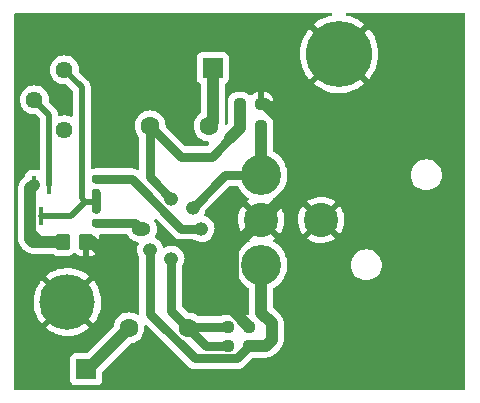
<source format=gbr>
%TF.GenerationSoftware,KiCad,Pcbnew,(6.0.4)*%
%TF.CreationDate,2022-05-05T09:19:18-04:00*%
%TF.ProjectId,preamp,70726561-6d70-42e6-9b69-6361645f7063,rev?*%
%TF.SameCoordinates,Original*%
%TF.FileFunction,Copper,L1,Top*%
%TF.FilePolarity,Positive*%
%FSLAX46Y46*%
G04 Gerber Fmt 4.6, Leading zero omitted, Abs format (unit mm)*
G04 Created by KiCad (PCBNEW (6.0.4)) date 2022-05-05 09:19:18*
%MOMM*%
%LPD*%
G01*
G04 APERTURE LIST*
G04 Aperture macros list*
%AMRoundRect*
0 Rectangle with rounded corners*
0 $1 Rounding radius*
0 $2 $3 $4 $5 $6 $7 $8 $9 X,Y pos of 4 corners*
0 Add a 4 corners polygon primitive as box body*
4,1,4,$2,$3,$4,$5,$6,$7,$8,$9,$2,$3,0*
0 Add four circle primitives for the rounded corners*
1,1,$1+$1,$2,$3*
1,1,$1+$1,$4,$5*
1,1,$1+$1,$6,$7*
1,1,$1+$1,$8,$9*
0 Add four rect primitives between the rounded corners*
20,1,$1+$1,$2,$3,$4,$5,0*
20,1,$1+$1,$4,$5,$6,$7,0*
20,1,$1+$1,$6,$7,$8,$9,0*
20,1,$1+$1,$8,$9,$2,$3,0*%
G04 Aperture macros list end*
%TA.AperFunction,ComponentPad*%
%ADD10C,1.600000*%
%TD*%
%TA.AperFunction,SMDPad,CuDef*%
%ADD11RoundRect,0.160000X-0.160000X0.197500X-0.160000X-0.197500X0.160000X-0.197500X0.160000X0.197500X0*%
%TD*%
%TA.AperFunction,ComponentPad*%
%ADD12C,5.600000*%
%TD*%
%TA.AperFunction,SMDPad,CuDef*%
%ADD13RoundRect,0.237500X-0.250000X-0.237500X0.250000X-0.237500X0.250000X0.237500X-0.250000X0.237500X0*%
%TD*%
%TA.AperFunction,ComponentPad*%
%ADD14C,3.400000*%
%TD*%
%TA.AperFunction,ComponentPad*%
%ADD15C,2.900000*%
%TD*%
%TA.AperFunction,ComponentPad*%
%ADD16R,1.700000X1.700000*%
%TD*%
%TA.AperFunction,SMDPad,CuDef*%
%ADD17RoundRect,0.160000X0.160000X-0.197500X0.160000X0.197500X-0.160000X0.197500X-0.160000X-0.197500X0*%
%TD*%
%TA.AperFunction,SMDPad,CuDef*%
%ADD18R,0.450000X1.500000*%
%TD*%
%TA.AperFunction,SMDPad,CuDef*%
%ADD19RoundRect,0.250000X-0.350000X-0.450000X0.350000X-0.450000X0.350000X0.450000X-0.350000X0.450000X0*%
%TD*%
%TA.AperFunction,ComponentPad*%
%ADD20O,1.600000X1.200000*%
%TD*%
%TA.AperFunction,ComponentPad*%
%ADD21O,1.200000X1.200000*%
%TD*%
%TA.AperFunction,SMDPad,CuDef*%
%ADD22RoundRect,0.237500X0.250000X0.237500X-0.250000X0.237500X-0.250000X-0.237500X0.250000X-0.237500X0*%
%TD*%
%TA.AperFunction,ComponentPad*%
%ADD23C,4.700000*%
%TD*%
%TA.AperFunction,ComponentPad*%
%ADD24C,1.440000*%
%TD*%
%TA.AperFunction,ViaPad*%
%ADD25C,0.800000*%
%TD*%
%TA.AperFunction,Conductor*%
%ADD26C,1.000000*%
%TD*%
%TA.AperFunction,Conductor*%
%ADD27C,0.800000*%
%TD*%
%TA.AperFunction,Conductor*%
%ADD28C,0.500000*%
%TD*%
G04 APERTURE END LIST*
D10*
%TO.P,C3,1*%
%TO.N,Net-(C3-Pad1)*%
X104000000Y-75100000D03*
%TO.P,C3,2*%
%TO.N,Net-(C3-Pad2)*%
X109000000Y-75100000D03*
%TD*%
D11*
%TO.P,R4,1*%
%TO.N,Net-(Q1-Pad4)*%
X99400000Y-79605000D03*
%TO.P,R4,2*%
%TO.N,Net-(Q2-Pad3)*%
X99400000Y-80800000D03*
%TD*%
D12*
%TO.P,H2,1,1*%
%TO.N,GND*%
X120000000Y-69000000D03*
%TD*%
D13*
%TO.P,R2,1*%
%TO.N,Net-(C1-Pad2)*%
X110587500Y-92100000D03*
%TO.P,R2,2*%
%TO.N,GND*%
X112412500Y-92100000D03*
%TD*%
D14*
%TO.P,J1,1*%
%TO.N,Net-(J1-Pad1)*%
X113410000Y-86860000D03*
%TO.P,J1,2*%
%TO.N,Net-(J1-Pad2)*%
X113410000Y-79240000D03*
D15*
%TO.P,J1,3*%
%TO.N,GND*%
X113410000Y-83050000D03*
%TO.P,J1,G*%
X118490000Y-83050000D03*
%TD*%
D16*
%TO.P,TP1,1,1*%
%TO.N,Net-(C1-Pad1)*%
X98600000Y-95700000D03*
%TD*%
%TO.P,TP2,1,1*%
%TO.N,Net-(C3-Pad2)*%
X109300000Y-70200000D03*
%TD*%
D17*
%TO.P,R3,1*%
%TO.N,Net-(Q1-Pad1)*%
X99400000Y-83297500D03*
%TO.P,R3,2*%
%TO.N,Net-(Q2-Pad3)*%
X99400000Y-82102500D03*
%TD*%
D10*
%TO.P,C1,1*%
%TO.N,Net-(C1-Pad1)*%
X102200000Y-92200000D03*
%TO.P,C1,2*%
%TO.N,Net-(C1-Pad2)*%
X107200000Y-92200000D03*
%TD*%
D18*
%TO.P,Q2,1,B*%
%TO.N,Net-(C2-Pad1)*%
X95450000Y-80070000D03*
%TO.P,Q2,2,E*%
%TO.N,Net-(Q2-Pad2)*%
X94150000Y-80070000D03*
%TO.P,Q2,3,C*%
%TO.N,Net-(Q2-Pad3)*%
X94800000Y-82730000D03*
%TD*%
D19*
%TO.P,R5,1*%
%TO.N,Net-(Q2-Pad2)*%
X96600000Y-84900000D03*
%TO.P,R5,2*%
%TO.N,GND*%
X98600000Y-84900000D03*
%TD*%
D20*
%TO.P,Q1,1,S1*%
%TO.N,Net-(Q1-Pad1)*%
X103260000Y-83800000D03*
D21*
%TO.P,Q1,2,D1*%
%TO.N,Net-(J1-Pad1)*%
X104003949Y-85596051D03*
%TO.P,Q1,3,G1*%
%TO.N,Net-(C1-Pad2)*%
X105800000Y-86340000D03*
%TO.P,Q1,4,S2*%
%TO.N,Net-(Q1-Pad4)*%
X108340000Y-83800000D03*
%TO.P,Q1,5,D2*%
%TO.N,Net-(J1-Pad2)*%
X107596051Y-82003949D03*
%TO.P,Q1,6,G2*%
%TO.N,Net-(C3-Pad1)*%
X105800000Y-81260000D03*
%TD*%
D22*
%TO.P,R1,1*%
%TO.N,Net-(J1-Pad1)*%
X112412500Y-93700000D03*
%TO.P,R1,2*%
%TO.N,Net-(C1-Pad2)*%
X110587500Y-93700000D03*
%TD*%
D13*
%TO.P,R7,1*%
%TO.N,Net-(C3-Pad1)*%
X111587500Y-73200000D03*
%TO.P,R7,2*%
%TO.N,GND*%
X113412500Y-73200000D03*
%TD*%
D22*
%TO.P,R6,1*%
%TO.N,Net-(J1-Pad2)*%
X113412500Y-75100000D03*
%TO.P,R6,2*%
%TO.N,Net-(C3-Pad1)*%
X111587500Y-75100000D03*
%TD*%
D23*
%TO.P,H1,1,1*%
%TO.N,GND*%
X97000000Y-90000000D03*
%TD*%
D24*
%TO.P,RV1,1,1*%
%TO.N,Net-(Q2-Pad3)*%
X96750000Y-70350000D03*
%TO.P,RV1,2,2*%
%TO.N,Net-(C2-Pad1)*%
X94210000Y-72890000D03*
%TO.P,RV1,3,3*%
%TO.N,GND*%
X96750000Y-75430000D03*
%TD*%
D25*
%TO.N,GND*%
X100300000Y-86100000D03*
%TD*%
D26*
%TO.N,Net-(C1-Pad1)*%
X98700000Y-95700000D02*
X102200000Y-92200000D01*
X98600000Y-95700000D02*
X98700000Y-95700000D01*
D27*
%TO.N,Net-(C1-Pad2)*%
X105800000Y-90800000D02*
X107200000Y-92200000D01*
X110587500Y-92100000D02*
X107300000Y-92100000D01*
X105800000Y-86340000D02*
X105800000Y-90800000D01*
X107300000Y-92100000D02*
X107200000Y-92200000D01*
X108700000Y-93700000D02*
X107200000Y-92200000D01*
X110587500Y-93700000D02*
X108700000Y-93700000D01*
D28*
%TO.N,Net-(C2-Pad1)*%
X95450000Y-80070000D02*
X95450000Y-74130000D01*
X95450000Y-74130000D02*
X94210000Y-72890000D01*
D26*
%TO.N,GND*%
X111010489Y-90697989D02*
X111010489Y-85449511D01*
X112412500Y-92100000D02*
X111010489Y-90697989D01*
X113700000Y-73200000D02*
X116500000Y-76000000D01*
X99000000Y-84800000D02*
X100300000Y-86100000D01*
X116500000Y-76000000D02*
X116340489Y-76159511D01*
X98912500Y-84800000D02*
X99000000Y-84800000D01*
X116340489Y-80119511D02*
X113410000Y-83050000D01*
X111010489Y-85449511D02*
X113410000Y-83050000D01*
X113412500Y-73200000D02*
X113700000Y-73200000D01*
X116340489Y-76159511D02*
X116340489Y-80119511D01*
D27*
%TO.N,Net-(C3-Pad1)*%
X104000000Y-75100000D02*
X106600000Y-77700000D01*
X104000000Y-79460000D02*
X105800000Y-81260000D01*
X104000000Y-75100000D02*
X104000000Y-79460000D01*
D26*
X111587500Y-75000000D02*
X111587500Y-75312500D01*
X111587500Y-75312500D02*
X110800000Y-76100000D01*
D27*
X110800000Y-76100000D02*
X109200000Y-77700000D01*
X106600000Y-77700000D02*
X109200000Y-77700000D01*
D26*
X111587500Y-73400000D02*
X111587500Y-75000000D01*
%TO.N,Net-(C3-Pad2)*%
X109300000Y-70200000D02*
X109300000Y-74800000D01*
X109300000Y-74800000D02*
X109000000Y-75100000D01*
%TO.N,Net-(J1-Pad1)*%
X114300000Y-93200000D02*
X113800000Y-93700000D01*
D27*
X104003949Y-85596051D02*
X104003949Y-90983158D01*
D26*
X113800000Y-93700000D02*
X112412500Y-93700000D01*
X113410000Y-86860000D02*
X113410000Y-90910000D01*
D27*
X107795311Y-94774520D02*
X111337980Y-94774520D01*
D26*
X114300000Y-91800000D02*
X114300000Y-93200000D01*
D27*
X104003949Y-90983158D02*
X107795311Y-94774520D01*
X111337980Y-94774520D02*
X112412500Y-93700000D01*
X112412500Y-93700000D02*
X112483725Y-93700000D01*
D26*
X113410000Y-90910000D02*
X114300000Y-91800000D01*
%TO.N,Net-(J1-Pad2)*%
X113412500Y-75100000D02*
X113412500Y-79237500D01*
X113412500Y-79237500D02*
X113410000Y-79240000D01*
D27*
X107596051Y-82003949D02*
X110360000Y-79240000D01*
X110360000Y-79240000D02*
X113410000Y-79240000D01*
%TO.N,Net-(Q1-Pad1)*%
X102757500Y-83297500D02*
X103260000Y-83800000D01*
X99400000Y-83297500D02*
X102757500Y-83297500D01*
%TO.N,Net-(Q1-Pad4)*%
X99400000Y-79605000D02*
X102448634Y-79605000D01*
X106643634Y-83800000D02*
X108340000Y-83800000D01*
X102448634Y-79605000D02*
X106643634Y-83800000D01*
D26*
%TO.N,Net-(Q2-Pad2)*%
X93850480Y-82249520D02*
X93850480Y-84650480D01*
X93850480Y-84650480D02*
X94100000Y-84900000D01*
X93850480Y-80369520D02*
X93850480Y-82249520D01*
X95300000Y-84900000D02*
X96600000Y-84900000D01*
X95300000Y-84900000D02*
X94595978Y-84900000D01*
X94100000Y-84900000D02*
X95300000Y-84900000D01*
X93850480Y-84154502D02*
X93850480Y-82249520D01*
X94150000Y-80070000D02*
X93850480Y-80369520D01*
X94595978Y-84900000D02*
X93850480Y-84154502D01*
D28*
%TO.N,Net-(Q2-Pad3)*%
X98500000Y-81500000D02*
X99400000Y-81500000D01*
X98200000Y-81200000D02*
X98500000Y-81500000D01*
X97270000Y-82730000D02*
X98500000Y-81500000D01*
X94800000Y-82730000D02*
X97270000Y-82730000D01*
X98200000Y-71800000D02*
X98200000Y-81200000D01*
D27*
X99400000Y-81500000D02*
X99400000Y-82102500D01*
X99400000Y-80800000D02*
X99400000Y-81500000D01*
D28*
X96750000Y-70350000D02*
X98200000Y-71800000D01*
%TD*%
%TA.AperFunction,Conductor*%
%TO.N,GND*%
G36*
X119383879Y-65528502D02*
G01*
X119430372Y-65582158D01*
X119440476Y-65652432D01*
X119410982Y-65717012D01*
X119351256Y-65755396D01*
X119342600Y-65757608D01*
X119123586Y-65805361D01*
X119117011Y-65807172D01*
X118783683Y-65918702D01*
X118777361Y-65921205D01*
X118458034Y-66068079D01*
X118451991Y-66071265D01*
X118150401Y-66251763D01*
X118144755Y-66255571D01*
X117864408Y-66467596D01*
X117859211Y-66471987D01*
X117857972Y-66473155D01*
X117849950Y-66486862D01*
X117849986Y-66487704D01*
X117855037Y-66495826D01*
X119987190Y-68627980D01*
X120001131Y-68635592D01*
X120002966Y-68635461D01*
X120009580Y-68631210D01*
X122142798Y-66497991D01*
X122150412Y-66484047D01*
X122150344Y-66483089D01*
X122145836Y-66476272D01*
X122144418Y-66475065D01*
X121864813Y-66262064D01*
X121859187Y-66258240D01*
X121558214Y-66076681D01*
X121552202Y-66073484D01*
X121233370Y-65925487D01*
X121227070Y-65922967D01*
X120894129Y-65810273D01*
X120887551Y-65808437D01*
X120657846Y-65757513D01*
X120595669Y-65723241D01*
X120561891Y-65660795D01*
X120567237Y-65590000D01*
X120610009Y-65533333D01*
X120676627Y-65508786D01*
X120685117Y-65508500D01*
X130565500Y-65508500D01*
X130633621Y-65528502D01*
X130680114Y-65582158D01*
X130691500Y-65634500D01*
X130691500Y-97365500D01*
X130671498Y-97433621D01*
X130617842Y-97480114D01*
X130565500Y-97491500D01*
X92634500Y-97491500D01*
X92566379Y-97471498D01*
X92519886Y-97417842D01*
X92508500Y-97365500D01*
X92508500Y-92195492D01*
X95170049Y-92195492D01*
X95170067Y-92195745D01*
X95175981Y-92204488D01*
X95195672Y-92222405D01*
X95201304Y-92226966D01*
X95463062Y-92415058D01*
X95469192Y-92418948D01*
X95750831Y-92575706D01*
X95757351Y-92578858D01*
X96055151Y-92702211D01*
X96062002Y-92704597D01*
X96371989Y-92792899D01*
X96379078Y-92794484D01*
X96697171Y-92846574D01*
X96704377Y-92847331D01*
X97026352Y-92862515D01*
X97033602Y-92862439D01*
X97355178Y-92840517D01*
X97362387Y-92839606D01*
X97679319Y-92780866D01*
X97686349Y-92779139D01*
X97994445Y-92684356D01*
X98001222Y-92681836D01*
X98296389Y-92552267D01*
X98302829Y-92548986D01*
X98581143Y-92386352D01*
X98587176Y-92382343D01*
X98821689Y-92206266D01*
X98830143Y-92194939D01*
X98823398Y-92182609D01*
X97012810Y-90372020D01*
X96998869Y-90364408D01*
X96997034Y-90364539D01*
X96990420Y-90368790D01*
X95177663Y-92181548D01*
X95170049Y-92195492D01*
X92508500Y-92195492D01*
X92508500Y-89913708D01*
X94138665Y-89913708D01*
X94147102Y-90235932D01*
X94147708Y-90243148D01*
X94193126Y-90562264D01*
X94194560Y-90569375D01*
X94276356Y-90881164D01*
X94278593Y-90888047D01*
X94395679Y-91188358D01*
X94398699Y-91194956D01*
X94549532Y-91479831D01*
X94553278Y-91486016D01*
X94735856Y-91751668D01*
X94740291Y-91757387D01*
X94795061Y-91820170D01*
X94808233Y-91828573D01*
X94818084Y-91822705D01*
X96627980Y-90012810D01*
X96634357Y-90001131D01*
X97364408Y-90001131D01*
X97364539Y-90002966D01*
X97368790Y-90009580D01*
X99179776Y-91820565D01*
X99193130Y-91827857D01*
X99203102Y-91820803D01*
X99296013Y-91709681D01*
X99300329Y-91703870D01*
X99477308Y-91434447D01*
X99480922Y-91428185D01*
X99625759Y-91140208D01*
X99628632Y-91133570D01*
X99739407Y-90830864D01*
X99741503Y-90823923D01*
X99816751Y-90510495D01*
X99818035Y-90503356D01*
X99856858Y-90182538D01*
X99857282Y-90176968D01*
X99862755Y-90002797D01*
X99862682Y-89997204D01*
X99844079Y-89674573D01*
X99843247Y-89667383D01*
X99787828Y-89349840D01*
X99786173Y-89342785D01*
X99694627Y-89033733D01*
X99692170Y-89026908D01*
X99565706Y-88730417D01*
X99562485Y-88723928D01*
X99402773Y-88443924D01*
X99398841Y-88437869D01*
X99208003Y-88178075D01*
X99206760Y-88176573D01*
X99194037Y-88169007D01*
X99193431Y-88169028D01*
X99184951Y-88174260D01*
X97372020Y-89987190D01*
X97364408Y-90001131D01*
X96634357Y-90001131D01*
X96635592Y-89998869D01*
X96635461Y-89997034D01*
X96631210Y-89990420D01*
X94819218Y-88178429D01*
X94806425Y-88171443D01*
X94795671Y-88179308D01*
X94651419Y-88363280D01*
X94647284Y-88369229D01*
X94478856Y-88644078D01*
X94475445Y-88650439D01*
X94339724Y-88942826D01*
X94337056Y-88949564D01*
X94235845Y-89255596D01*
X94233969Y-89262600D01*
X94168604Y-89578237D01*
X94167547Y-89585398D01*
X94138893Y-89906455D01*
X94138665Y-89913708D01*
X92508500Y-89913708D01*
X92508500Y-87807762D01*
X95171846Y-87807762D01*
X95178241Y-87819030D01*
X96987190Y-89627980D01*
X97001131Y-89635592D01*
X97002966Y-89635461D01*
X97009580Y-89631210D01*
X98820675Y-87820114D01*
X98828067Y-87806577D01*
X98821279Y-87796875D01*
X98733637Y-87722022D01*
X98727849Y-87717629D01*
X98460314Y-87537852D01*
X98454091Y-87534172D01*
X98167643Y-87386325D01*
X98161032Y-87383382D01*
X97859507Y-87269445D01*
X97852581Y-87267274D01*
X97539957Y-87188749D01*
X97532850Y-87187393D01*
X97213273Y-87145319D01*
X97206031Y-87144788D01*
X96883759Y-87139725D01*
X96876497Y-87140029D01*
X96555761Y-87172043D01*
X96548613Y-87173175D01*
X96233670Y-87241844D01*
X96226692Y-87243792D01*
X95921727Y-87348205D01*
X95915033Y-87350937D01*
X95624090Y-87489710D01*
X95617735Y-87493204D01*
X95344694Y-87664482D01*
X95338766Y-87668694D01*
X95180316Y-87795636D01*
X95171846Y-87807762D01*
X92508500Y-87807762D01*
X92508500Y-80365982D01*
X92837106Y-80365982D01*
X92837899Y-80374366D01*
X92841421Y-80411629D01*
X92841980Y-80423487D01*
X92841980Y-84092659D01*
X92841243Y-84106266D01*
X92838445Y-84132027D01*
X92837156Y-84143890D01*
X92837693Y-84150025D01*
X92841501Y-84193555D01*
X92841980Y-84204536D01*
X92841980Y-84588637D01*
X92841243Y-84602244D01*
X92837962Y-84632452D01*
X92837156Y-84639868D01*
X92838689Y-84657386D01*
X92841530Y-84689868D01*
X92841859Y-84694694D01*
X92841980Y-84697166D01*
X92841980Y-84700249D01*
X92842941Y-84710051D01*
X92846170Y-84742986D01*
X92846292Y-84744299D01*
X92847408Y-84757055D01*
X92854393Y-84836893D01*
X92855880Y-84842012D01*
X92856400Y-84847313D01*
X92883271Y-84936314D01*
X92883606Y-84937447D01*
X92905958Y-85014380D01*
X92909571Y-85026816D01*
X92912024Y-85031548D01*
X92913564Y-85036649D01*
X92916458Y-85042092D01*
X92957211Y-85118740D01*
X92957823Y-85119906D01*
X92981153Y-85164913D01*
X93000588Y-85202406D01*
X93003911Y-85206569D01*
X93006414Y-85211276D01*
X93065235Y-85283398D01*
X93065926Y-85284254D01*
X93097218Y-85323453D01*
X93099722Y-85325957D01*
X93100364Y-85326675D01*
X93104065Y-85331008D01*
X93131415Y-85364542D01*
X93136163Y-85368470D01*
X93136164Y-85368471D01*
X93166738Y-85393764D01*
X93175517Y-85401752D01*
X93343150Y-85569384D01*
X93352252Y-85579527D01*
X93375968Y-85609025D01*
X93398628Y-85628039D01*
X93414421Y-85641291D01*
X93418070Y-85644473D01*
X93419883Y-85646117D01*
X93422075Y-85648309D01*
X93455276Y-85675580D01*
X93456164Y-85676318D01*
X93459072Y-85678757D01*
X93522753Y-85732193D01*
X93522756Y-85732195D01*
X93527474Y-85736154D01*
X93532147Y-85738723D01*
X93536262Y-85742103D01*
X93541691Y-85745014D01*
X93541694Y-85745016D01*
X93618180Y-85786028D01*
X93619338Y-85786657D01*
X93685998Y-85823303D01*
X93700787Y-85831433D01*
X93705865Y-85833044D01*
X93710563Y-85835563D01*
X93799498Y-85862753D01*
X93800702Y-85863128D01*
X93889306Y-85891235D01*
X93894597Y-85891828D01*
X93899698Y-85893388D01*
X93992311Y-85902795D01*
X93993431Y-85902915D01*
X94043227Y-85908500D01*
X94046756Y-85908500D01*
X94047739Y-85908555D01*
X94053426Y-85909003D01*
X94073683Y-85911060D01*
X94090336Y-85912752D01*
X94090339Y-85912752D01*
X94096463Y-85913374D01*
X94142112Y-85909059D01*
X94153969Y-85908500D01*
X94538074Y-85908500D01*
X94550807Y-85909145D01*
X94586312Y-85912752D01*
X94586317Y-85912752D01*
X94592440Y-85913374D01*
X94638086Y-85909059D01*
X94649945Y-85908500D01*
X95683694Y-85908500D01*
X95751815Y-85928502D01*
X95765702Y-85939683D01*
X95765771Y-85939596D01*
X95771517Y-85944134D01*
X95776697Y-85949305D01*
X95782927Y-85953145D01*
X95782928Y-85953146D01*
X95920288Y-86037816D01*
X95927262Y-86042115D01*
X96007005Y-86068564D01*
X96088611Y-86095632D01*
X96088613Y-86095632D01*
X96095139Y-86097797D01*
X96101975Y-86098497D01*
X96101978Y-86098498D01*
X96145031Y-86102909D01*
X96199600Y-86108500D01*
X97000400Y-86108500D01*
X97003646Y-86108163D01*
X97003650Y-86108163D01*
X97099308Y-86098238D01*
X97099312Y-86098237D01*
X97106166Y-86097526D01*
X97112702Y-86095345D01*
X97112704Y-86095345D01*
X97244806Y-86051272D01*
X97273946Y-86041550D01*
X97424348Y-85948478D01*
X97460012Y-85912752D01*
X97511138Y-85861537D01*
X97573421Y-85827458D01*
X97644241Y-85832461D01*
X97689329Y-85861382D01*
X97771829Y-85943739D01*
X97783240Y-85952751D01*
X97921243Y-86037816D01*
X97934424Y-86043963D01*
X98088710Y-86095138D01*
X98102086Y-86098005D01*
X98196438Y-86107672D01*
X98202854Y-86108000D01*
X98327885Y-86108000D01*
X98343124Y-86103525D01*
X98344329Y-86102135D01*
X98346000Y-86094452D01*
X98346000Y-86089884D01*
X98854000Y-86089884D01*
X98858475Y-86105123D01*
X98859865Y-86106328D01*
X98867548Y-86107999D01*
X98997095Y-86107999D01*
X99003614Y-86107662D01*
X99099206Y-86097743D01*
X99112600Y-86094851D01*
X99266784Y-86043412D01*
X99279962Y-86037239D01*
X99417807Y-85951937D01*
X99429208Y-85942901D01*
X99543739Y-85828171D01*
X99552751Y-85816760D01*
X99637816Y-85678757D01*
X99643963Y-85665576D01*
X99695138Y-85511290D01*
X99698005Y-85497914D01*
X99707672Y-85403562D01*
X99708000Y-85397146D01*
X99708000Y-85172115D01*
X99703525Y-85156876D01*
X99702135Y-85155671D01*
X99694452Y-85154000D01*
X98872115Y-85154000D01*
X98856876Y-85158475D01*
X98855671Y-85159865D01*
X98854000Y-85167548D01*
X98854000Y-86089884D01*
X98346000Y-86089884D01*
X98346000Y-84772000D01*
X98366002Y-84703879D01*
X98419658Y-84657386D01*
X98472000Y-84646000D01*
X99689884Y-84646000D01*
X99705123Y-84641525D01*
X99706328Y-84640135D01*
X99707999Y-84632452D01*
X99707999Y-84402905D01*
X99707662Y-84396388D01*
X99702330Y-84345004D01*
X99715195Y-84275183D01*
X99763765Y-84223401D01*
X99827657Y-84206000D01*
X101945764Y-84206000D01*
X102013885Y-84226002D01*
X102060464Y-84279848D01*
X102092191Y-84349627D01*
X102094674Y-84355087D01*
X102217054Y-84527611D01*
X102369850Y-84673881D01*
X102547548Y-84788620D01*
X102607646Y-84812840D01*
X102738168Y-84865442D01*
X102738171Y-84865443D01*
X102743737Y-84867686D01*
X102775091Y-84873809D01*
X102931892Y-84904431D01*
X102994916Y-84937119D01*
X103030263Y-84998691D01*
X103026710Y-85069599D01*
X103019253Y-85086757D01*
X102975441Y-85170029D01*
X102915027Y-85364594D01*
X102891081Y-85566910D01*
X102904406Y-85770202D01*
X102954554Y-85967661D01*
X103039847Y-86152675D01*
X103043180Y-86157391D01*
X103072346Y-86198660D01*
X103095449Y-86271380D01*
X103095449Y-90901741D01*
X103093898Y-90921450D01*
X103091697Y-90935348D01*
X103092042Y-90941935D01*
X103092042Y-90941940D01*
X103094043Y-90980116D01*
X103077634Y-91049190D01*
X103026484Y-91098427D01*
X102956836Y-91112195D01*
X102895944Y-91089922D01*
X102890255Y-91085938D01*
X102856749Y-91062477D01*
X102851767Y-91060154D01*
X102851762Y-91060151D01*
X102654225Y-90968039D01*
X102654224Y-90968039D01*
X102649243Y-90965716D01*
X102643935Y-90964294D01*
X102643933Y-90964293D01*
X102433402Y-90907881D01*
X102433400Y-90907881D01*
X102428087Y-90906457D01*
X102200000Y-90886502D01*
X101971913Y-90906457D01*
X101966600Y-90907881D01*
X101966598Y-90907881D01*
X101756067Y-90964293D01*
X101756065Y-90964294D01*
X101750757Y-90965716D01*
X101745776Y-90968039D01*
X101745775Y-90968039D01*
X101548238Y-91060151D01*
X101548233Y-91060154D01*
X101543251Y-91062477D01*
X101447974Y-91129191D01*
X101360211Y-91190643D01*
X101360208Y-91190645D01*
X101355700Y-91193802D01*
X101193802Y-91355700D01*
X101190645Y-91360208D01*
X101190643Y-91360211D01*
X101175880Y-91381295D01*
X101062477Y-91543251D01*
X101060154Y-91548233D01*
X101060151Y-91548238D01*
X100986502Y-91706181D01*
X100965716Y-91750757D01*
X100906457Y-91971913D01*
X100905978Y-91977392D01*
X100901308Y-92030770D01*
X100875445Y-92096888D01*
X100864882Y-92108884D01*
X98669171Y-94304595D01*
X98606859Y-94338621D01*
X98580076Y-94341500D01*
X97701866Y-94341500D01*
X97639684Y-94348255D01*
X97503295Y-94399385D01*
X97386739Y-94486739D01*
X97299385Y-94603295D01*
X97248255Y-94739684D01*
X97241500Y-94801866D01*
X97241500Y-96598134D01*
X97248255Y-96660316D01*
X97299385Y-96796705D01*
X97386739Y-96913261D01*
X97503295Y-97000615D01*
X97639684Y-97051745D01*
X97701866Y-97058500D01*
X99498134Y-97058500D01*
X99560316Y-97051745D01*
X99696705Y-97000615D01*
X99813261Y-96913261D01*
X99900615Y-96796705D01*
X99951745Y-96660316D01*
X99958500Y-96598134D01*
X99958500Y-95919925D01*
X99978502Y-95851804D01*
X99995405Y-95830830D01*
X102291117Y-93535118D01*
X102353429Y-93501092D01*
X102369229Y-93498692D01*
X102428087Y-93493543D01*
X102575859Y-93453947D01*
X102643933Y-93435707D01*
X102643935Y-93435706D01*
X102649243Y-93434284D01*
X102687231Y-93416570D01*
X102851762Y-93339849D01*
X102851767Y-93339846D01*
X102856749Y-93337523D01*
X102986659Y-93246559D01*
X103039789Y-93209357D01*
X103039792Y-93209355D01*
X103044300Y-93206198D01*
X103206198Y-93044300D01*
X103337523Y-92856749D01*
X103339846Y-92851767D01*
X103339849Y-92851762D01*
X103431961Y-92654225D01*
X103431961Y-92654224D01*
X103434284Y-92649243D01*
X103493543Y-92428087D01*
X103513498Y-92200000D01*
X103513019Y-92194524D01*
X103503164Y-92081878D01*
X103517153Y-92012274D01*
X103566553Y-91961281D01*
X103635679Y-91945091D01*
X103702584Y-91968844D01*
X103717780Y-91981802D01*
X107095330Y-95359352D01*
X107108171Y-95374385D01*
X107116445Y-95385773D01*
X107121354Y-95390193D01*
X107167270Y-95431536D01*
X107172055Y-95436077D01*
X107186570Y-95450592D01*
X107189134Y-95452668D01*
X107202527Y-95463514D01*
X107207542Y-95467798D01*
X107253456Y-95509139D01*
X107253461Y-95509143D01*
X107258367Y-95513560D01*
X107264083Y-95516860D01*
X107264087Y-95516863D01*
X107270548Y-95520593D01*
X107286844Y-95531793D01*
X107297781Y-95540649D01*
X107303659Y-95543644D01*
X107303662Y-95543646D01*
X107358737Y-95571708D01*
X107364534Y-95574856D01*
X107418032Y-95605743D01*
X107423755Y-95609047D01*
X107437137Y-95613395D01*
X107455396Y-95620958D01*
X107467941Y-95627350D01*
X107474311Y-95629057D01*
X107474314Y-95629058D01*
X107513385Y-95639527D01*
X107534023Y-95645057D01*
X107540336Y-95646927D01*
X107605383Y-95668062D01*
X107619386Y-95669534D01*
X107638815Y-95673135D01*
X107652408Y-95676777D01*
X107659005Y-95677123D01*
X107659007Y-95677123D01*
X107720695Y-95680356D01*
X107727269Y-95680873D01*
X107744427Y-95682676D01*
X107744429Y-95682676D01*
X107747701Y-95683020D01*
X107768237Y-95683020D01*
X107774831Y-95683193D01*
X107836529Y-95686427D01*
X107836534Y-95686427D01*
X107843121Y-95686772D01*
X107849637Y-95685740D01*
X107849638Y-95685740D01*
X107857018Y-95684571D01*
X107876728Y-95683020D01*
X111256563Y-95683020D01*
X111276272Y-95684571D01*
X111290170Y-95686772D01*
X111296757Y-95686427D01*
X111296762Y-95686427D01*
X111358460Y-95683193D01*
X111365054Y-95683020D01*
X111385590Y-95683020D01*
X111388862Y-95682676D01*
X111388864Y-95682676D01*
X111406022Y-95680873D01*
X111412596Y-95680356D01*
X111474288Y-95677123D01*
X111474292Y-95677122D01*
X111480883Y-95676777D01*
X111487264Y-95675067D01*
X111487266Y-95675067D01*
X111494471Y-95673137D01*
X111513905Y-95669535D01*
X111521334Y-95668754D01*
X111521343Y-95668752D01*
X111527908Y-95668062D01*
X111592977Y-95646920D01*
X111599279Y-95645053D01*
X111665350Y-95627349D01*
X111677888Y-95620960D01*
X111696154Y-95613395D01*
X111703252Y-95611089D01*
X111703254Y-95611088D01*
X111709536Y-95609047D01*
X111768765Y-95574851D01*
X111774559Y-95571705D01*
X111835510Y-95540649D01*
X111846447Y-95531793D01*
X111862743Y-95520593D01*
X111869204Y-95516863D01*
X111869208Y-95516860D01*
X111874924Y-95513560D01*
X111879830Y-95509143D01*
X111879835Y-95509139D01*
X111925749Y-95467798D01*
X111930764Y-95463514D01*
X111944157Y-95452668D01*
X111946721Y-95450592D01*
X111961236Y-95436077D01*
X111966021Y-95431536D01*
X112011937Y-95390193D01*
X112016846Y-95385773D01*
X112025120Y-95374385D01*
X112037961Y-95359352D01*
X112651908Y-94745405D01*
X112714220Y-94711379D01*
X112741003Y-94708500D01*
X113738157Y-94708500D01*
X113751764Y-94709237D01*
X113783262Y-94712659D01*
X113783267Y-94712659D01*
X113789388Y-94713324D01*
X113815638Y-94711027D01*
X113839388Y-94708950D01*
X113844214Y-94708621D01*
X113846686Y-94708500D01*
X113849769Y-94708500D01*
X113861738Y-94707326D01*
X113892506Y-94704310D01*
X113893819Y-94704188D01*
X113938084Y-94700315D01*
X113986413Y-94696087D01*
X113991532Y-94694600D01*
X113996833Y-94694080D01*
X114085834Y-94667209D01*
X114086967Y-94666874D01*
X114170414Y-94642630D01*
X114170418Y-94642628D01*
X114176336Y-94640909D01*
X114181068Y-94638456D01*
X114186169Y-94636916D01*
X114233589Y-94611703D01*
X114268260Y-94593269D01*
X114269426Y-94592657D01*
X114346453Y-94552729D01*
X114351926Y-94549892D01*
X114356089Y-94546569D01*
X114360796Y-94544066D01*
X114432918Y-94485245D01*
X114433774Y-94484554D01*
X114472973Y-94453262D01*
X114475477Y-94450758D01*
X114476195Y-94450116D01*
X114480528Y-94446415D01*
X114514062Y-94419065D01*
X114543294Y-94383730D01*
X114551271Y-94374964D01*
X114969383Y-93956851D01*
X114979527Y-93947749D01*
X115004218Y-93927897D01*
X115009025Y-93924032D01*
X115041292Y-93885578D01*
X115044472Y-93881931D01*
X115046115Y-93880119D01*
X115048309Y-93877925D01*
X115075642Y-93844651D01*
X115076348Y-93843800D01*
X115132195Y-93777244D01*
X115136154Y-93772526D01*
X115138722Y-93767856D01*
X115142103Y-93763739D01*
X115186015Y-93681842D01*
X115186624Y-93680720D01*
X115228466Y-93604611D01*
X115228468Y-93604606D01*
X115231433Y-93599213D01*
X115233044Y-93594135D01*
X115235563Y-93589437D01*
X115262753Y-93500502D01*
X115263136Y-93499272D01*
X115264802Y-93494022D01*
X115291235Y-93410694D01*
X115291828Y-93405403D01*
X115293388Y-93400302D01*
X115294011Y-93394170D01*
X115294012Y-93394164D01*
X115302785Y-93307784D01*
X115302925Y-93306470D01*
X115308108Y-93260270D01*
X115308108Y-93260265D01*
X115308500Y-93256773D01*
X115308500Y-93253248D01*
X115308555Y-93252263D01*
X115309004Y-93246559D01*
X115312752Y-93209666D01*
X115312752Y-93209661D01*
X115313374Y-93203538D01*
X115309059Y-93157889D01*
X115308500Y-93146032D01*
X115308500Y-91861843D01*
X115309237Y-91848236D01*
X115312659Y-91816738D01*
X115312659Y-91816733D01*
X115313324Y-91810612D01*
X115308950Y-91760612D01*
X115308621Y-91755786D01*
X115308500Y-91753314D01*
X115308500Y-91750231D01*
X115304524Y-91709681D01*
X115304310Y-91707494D01*
X115304188Y-91706181D01*
X115296623Y-91619718D01*
X115296087Y-91613587D01*
X115294600Y-91608468D01*
X115294080Y-91603167D01*
X115267209Y-91514166D01*
X115266874Y-91513033D01*
X115242630Y-91429586D01*
X115242628Y-91429582D01*
X115240909Y-91423664D01*
X115238456Y-91418932D01*
X115236916Y-91413831D01*
X115219617Y-91381295D01*
X115193269Y-91331740D01*
X115192657Y-91330574D01*
X115152729Y-91253547D01*
X115149892Y-91248074D01*
X115146569Y-91243911D01*
X115144066Y-91239204D01*
X115085245Y-91167082D01*
X115084554Y-91166226D01*
X115053262Y-91127027D01*
X115050758Y-91124523D01*
X115050116Y-91123805D01*
X115046415Y-91119472D01*
X115019065Y-91085938D01*
X114983733Y-91056709D01*
X114974963Y-91048728D01*
X114455405Y-90529171D01*
X114421380Y-90466858D01*
X114418500Y-90440075D01*
X114418500Y-88903460D01*
X114438502Y-88835339D01*
X114488772Y-88790454D01*
X114489092Y-88790296D01*
X114516620Y-88776721D01*
X114757335Y-88615881D01*
X114760429Y-88613168D01*
X114760435Y-88613163D01*
X114971907Y-88427705D01*
X114974996Y-88424996D01*
X115029120Y-88363280D01*
X115163164Y-88210434D01*
X115163169Y-88210427D01*
X115165881Y-88207335D01*
X115326721Y-87966619D01*
X115454766Y-87706970D01*
X115513423Y-87534172D01*
X115546498Y-87436738D01*
X115546499Y-87436734D01*
X115547825Y-87432828D01*
X115557661Y-87383382D01*
X115603500Y-87152929D01*
X115603500Y-87152926D01*
X115604304Y-87148886D01*
X115604905Y-87139725D01*
X115622969Y-86864119D01*
X115623239Y-86860000D01*
X120986502Y-86860000D01*
X121006457Y-87088087D01*
X121007881Y-87093400D01*
X121007881Y-87093402D01*
X121021646Y-87144771D01*
X121065716Y-87309243D01*
X121068039Y-87314224D01*
X121068039Y-87314225D01*
X121160151Y-87511762D01*
X121160154Y-87511767D01*
X121162477Y-87516749D01*
X121293802Y-87704300D01*
X121455700Y-87866198D01*
X121460208Y-87869355D01*
X121460211Y-87869357D01*
X121538389Y-87924098D01*
X121643251Y-87997523D01*
X121648233Y-87999846D01*
X121648238Y-87999849D01*
X121845775Y-88091961D01*
X121850757Y-88094284D01*
X121856065Y-88095706D01*
X121856067Y-88095707D01*
X122066598Y-88152119D01*
X122066600Y-88152119D01*
X122071913Y-88153543D01*
X122171480Y-88162254D01*
X122240149Y-88168262D01*
X122240156Y-88168262D01*
X122242873Y-88168500D01*
X122357127Y-88168500D01*
X122359844Y-88168262D01*
X122359851Y-88168262D01*
X122428520Y-88162254D01*
X122528087Y-88153543D01*
X122533400Y-88152119D01*
X122533402Y-88152119D01*
X122743933Y-88095707D01*
X122743935Y-88095706D01*
X122749243Y-88094284D01*
X122754225Y-88091961D01*
X122951762Y-87999849D01*
X122951767Y-87999846D01*
X122956749Y-87997523D01*
X123061611Y-87924098D01*
X123139789Y-87869357D01*
X123139792Y-87869355D01*
X123144300Y-87866198D01*
X123306198Y-87704300D01*
X123437523Y-87516749D01*
X123439846Y-87511767D01*
X123439849Y-87511762D01*
X123531961Y-87314225D01*
X123531961Y-87314224D01*
X123534284Y-87309243D01*
X123578355Y-87144771D01*
X123592119Y-87093402D01*
X123592119Y-87093400D01*
X123593543Y-87088087D01*
X123613498Y-86860000D01*
X123593543Y-86631913D01*
X123584961Y-86599883D01*
X123535707Y-86416067D01*
X123535706Y-86416065D01*
X123534284Y-86410757D01*
X123499567Y-86336305D01*
X123439849Y-86208238D01*
X123439846Y-86208233D01*
X123437523Y-86203251D01*
X123358142Y-86089884D01*
X123309357Y-86020211D01*
X123309355Y-86020208D01*
X123306198Y-86015700D01*
X123144300Y-85853802D01*
X123139792Y-85850645D01*
X123139789Y-85850643D01*
X123047509Y-85786028D01*
X122956749Y-85722477D01*
X122951767Y-85720154D01*
X122951762Y-85720151D01*
X122754225Y-85628039D01*
X122754224Y-85628039D01*
X122749243Y-85625716D01*
X122743935Y-85624294D01*
X122743933Y-85624293D01*
X122533402Y-85567881D01*
X122533400Y-85567881D01*
X122528087Y-85566457D01*
X122428520Y-85557746D01*
X122359851Y-85551738D01*
X122359844Y-85551738D01*
X122357127Y-85551500D01*
X122242873Y-85551500D01*
X122240156Y-85551738D01*
X122240149Y-85551738D01*
X122171480Y-85557746D01*
X122071913Y-85566457D01*
X122066600Y-85567881D01*
X122066598Y-85567881D01*
X121856067Y-85624293D01*
X121856065Y-85624294D01*
X121850757Y-85625716D01*
X121845776Y-85628039D01*
X121845775Y-85628039D01*
X121648238Y-85720151D01*
X121648233Y-85720154D01*
X121643251Y-85722477D01*
X121552491Y-85786028D01*
X121460211Y-85850643D01*
X121460208Y-85850645D01*
X121455700Y-85853802D01*
X121293802Y-86015700D01*
X121290645Y-86020208D01*
X121290643Y-86020211D01*
X121241858Y-86089884D01*
X121162477Y-86203251D01*
X121160154Y-86208233D01*
X121160151Y-86208238D01*
X121100433Y-86336305D01*
X121065716Y-86410757D01*
X121064294Y-86416065D01*
X121064293Y-86416067D01*
X121015039Y-86599883D01*
X121006457Y-86631913D01*
X120986502Y-86860000D01*
X115623239Y-86860000D01*
X115604304Y-86571114D01*
X115573464Y-86416067D01*
X115548631Y-86291222D01*
X115548629Y-86291216D01*
X115547825Y-86287172D01*
X115542465Y-86271380D01*
X115456090Y-86016930D01*
X115456089Y-86016928D01*
X115454766Y-86013030D01*
X115434980Y-85972907D01*
X115328550Y-85757090D01*
X115326721Y-85753381D01*
X115165881Y-85512665D01*
X115163169Y-85509573D01*
X115163164Y-85509566D01*
X114977705Y-85298093D01*
X114974996Y-85295004D01*
X114971733Y-85292142D01*
X114760435Y-85106837D01*
X114760429Y-85106832D01*
X114757335Y-85104119D01*
X114516620Y-84943279D01*
X114512922Y-84941455D01*
X114512911Y-84941449D01*
X114473219Y-84921876D01*
X114420969Y-84873809D01*
X114403002Y-84805123D01*
X114425021Y-84737627D01*
X114458944Y-84704105D01*
X114591318Y-84615656D01*
X114599606Y-84605738D01*
X114598383Y-84603348D01*
X117301819Y-84603348D01*
X117309209Y-84613650D01*
X117357808Y-84653217D01*
X117365084Y-84658330D01*
X117594999Y-84796750D01*
X117602913Y-84800783D01*
X117850048Y-84905431D01*
X117858453Y-84908308D01*
X118117873Y-84977093D01*
X118126585Y-84978755D01*
X118393114Y-85010300D01*
X118401979Y-85010718D01*
X118670278Y-85004395D01*
X118679133Y-85003558D01*
X118943864Y-84959495D01*
X118952498Y-84957422D01*
X119208383Y-84876496D01*
X119216644Y-84873225D01*
X119458567Y-84757055D01*
X119466292Y-84752649D01*
X119671318Y-84615656D01*
X119679606Y-84605738D01*
X119672350Y-84591560D01*
X118502812Y-83422022D01*
X118488868Y-83414408D01*
X118487035Y-83414539D01*
X118480420Y-83418790D01*
X117308985Y-84590225D01*
X117301819Y-84603348D01*
X114598383Y-84603348D01*
X114592350Y-84591560D01*
X113422812Y-83422022D01*
X113408868Y-83414408D01*
X113407035Y-83414539D01*
X113400420Y-83418790D01*
X112228985Y-84590225D01*
X112221819Y-84603348D01*
X112229209Y-84613650D01*
X112277808Y-84653217D01*
X112285084Y-84658330D01*
X112355927Y-84700981D01*
X112403971Y-84753253D01*
X112416127Y-84823201D01*
X112388537Y-84888617D01*
X112346665Y-84921933D01*
X112303381Y-84943279D01*
X112062665Y-85104119D01*
X112059573Y-85106831D01*
X112059566Y-85106836D01*
X111848239Y-85292167D01*
X111845004Y-85295004D01*
X111842295Y-85298093D01*
X111656836Y-85509566D01*
X111656831Y-85509573D01*
X111654119Y-85512665D01*
X111493279Y-85753381D01*
X111491450Y-85757090D01*
X111385021Y-85972907D01*
X111365234Y-86013030D01*
X111363911Y-86016928D01*
X111363910Y-86016930D01*
X111277536Y-86271380D01*
X111272175Y-86287172D01*
X111271371Y-86291216D01*
X111271369Y-86291222D01*
X111246536Y-86416067D01*
X111215696Y-86571114D01*
X111196761Y-86860000D01*
X111197031Y-86864119D01*
X111215096Y-87139725D01*
X111215696Y-87148886D01*
X111216500Y-87152926D01*
X111216500Y-87152929D01*
X111262340Y-87383382D01*
X111272175Y-87432828D01*
X111273501Y-87436734D01*
X111273502Y-87436738D01*
X111306577Y-87534172D01*
X111365234Y-87706970D01*
X111493279Y-87966619D01*
X111654119Y-88207335D01*
X111656831Y-88210427D01*
X111656836Y-88210434D01*
X111790880Y-88363280D01*
X111845004Y-88424996D01*
X111848093Y-88427705D01*
X112059565Y-88613163D01*
X112059571Y-88613168D01*
X112062665Y-88615881D01*
X112303380Y-88776721D01*
X112330908Y-88790296D01*
X112331228Y-88790454D01*
X112383477Y-88838522D01*
X112401500Y-88903460D01*
X112401500Y-90848157D01*
X112400763Y-90861764D01*
X112398024Y-90886981D01*
X112396676Y-90899388D01*
X112397419Y-90907881D01*
X112401050Y-90949388D01*
X112401379Y-90954214D01*
X112401500Y-90956690D01*
X112401500Y-90959769D01*
X112401800Y-90962827D01*
X112401801Y-90962850D01*
X112403356Y-90978702D01*
X112390099Y-91048450D01*
X112341237Y-91099958D01*
X112277958Y-91117000D01*
X112116234Y-91117000D01*
X112109718Y-91117337D01*
X112015868Y-91127075D01*
X112002472Y-91129968D01*
X111851047Y-91180488D01*
X111837885Y-91186653D01*
X111702508Y-91270426D01*
X111691110Y-91279460D01*
X111589607Y-91381140D01*
X111527324Y-91415219D01*
X111456504Y-91410216D01*
X111411416Y-91381295D01*
X111385777Y-91355700D01*
X111303003Y-91273071D01*
X111296772Y-91269230D01*
X111161150Y-91185631D01*
X111161148Y-91185630D01*
X111154920Y-91181791D01*
X110989809Y-91127026D01*
X110982973Y-91126326D01*
X110982970Y-91126325D01*
X110931474Y-91121049D01*
X110887072Y-91116500D01*
X110287928Y-91116500D01*
X110284682Y-91116837D01*
X110284678Y-91116837D01*
X110190765Y-91126581D01*
X110190761Y-91126582D01*
X110183907Y-91127293D01*
X110177371Y-91129474D01*
X110177369Y-91129474D01*
X110018893Y-91182346D01*
X110018584Y-91181419D01*
X109973300Y-91191500D01*
X108080740Y-91191500D01*
X108008469Y-91168713D01*
X107958280Y-91133570D01*
X107856749Y-91062477D01*
X107851767Y-91060154D01*
X107851762Y-91060151D01*
X107654225Y-90968039D01*
X107654224Y-90968039D01*
X107649243Y-90965716D01*
X107643935Y-90964294D01*
X107643933Y-90964293D01*
X107433402Y-90907881D01*
X107433400Y-90907881D01*
X107428087Y-90906457D01*
X107422611Y-90905978D01*
X107422606Y-90905977D01*
X107277267Y-90893262D01*
X107214249Y-90887749D01*
X107148131Y-90861886D01*
X107136136Y-90851323D01*
X106745405Y-90460592D01*
X106711379Y-90398280D01*
X106708500Y-90371497D01*
X106708500Y-87019425D01*
X106724564Y-86957862D01*
X106817004Y-86792799D01*
X106818860Y-86787332D01*
X106818862Y-86787327D01*
X106880634Y-86605352D01*
X106880635Y-86605347D01*
X106882490Y-86599883D01*
X106911723Y-86398263D01*
X106913249Y-86340000D01*
X106894608Y-86137126D01*
X106893040Y-86131566D01*
X106840875Y-85946606D01*
X106840874Y-85946604D01*
X106839307Y-85941047D01*
X106825661Y-85913374D01*
X106751756Y-85763510D01*
X106749201Y-85758329D01*
X106737085Y-85742103D01*
X106630758Y-85599715D01*
X106630758Y-85599714D01*
X106627305Y-85595091D01*
X106477703Y-85456800D01*
X106431675Y-85427759D01*
X106310288Y-85351169D01*
X106310283Y-85351167D01*
X106305404Y-85348088D01*
X106116180Y-85272595D01*
X105916366Y-85232849D01*
X105910592Y-85232773D01*
X105910588Y-85232773D01*
X105807452Y-85231424D01*
X105712655Y-85230183D01*
X105706958Y-85231162D01*
X105706957Y-85231162D01*
X105517567Y-85263705D01*
X105511870Y-85264684D01*
X105320734Y-85335198D01*
X105257596Y-85372761D01*
X105188827Y-85390401D01*
X105121437Y-85368061D01*
X105076823Y-85312833D01*
X105071905Y-85298678D01*
X105044824Y-85202657D01*
X105044823Y-85202655D01*
X105043256Y-85197098D01*
X105032629Y-85175547D01*
X104955705Y-85019561D01*
X104953150Y-85014380D01*
X104941435Y-84998691D01*
X104834707Y-84855766D01*
X104834707Y-84855765D01*
X104831254Y-84851142D01*
X104714252Y-84742986D01*
X104685892Y-84716770D01*
X104685889Y-84716768D01*
X104681652Y-84712851D01*
X104613319Y-84669736D01*
X104514237Y-84607220D01*
X104514232Y-84607218D01*
X104509353Y-84604139D01*
X104454641Y-84582311D01*
X104398781Y-84538490D01*
X104375481Y-84471426D01*
X104392266Y-84402188D01*
X104472473Y-84263546D01*
X104541861Y-84063729D01*
X104543430Y-84052910D01*
X104571352Y-83860336D01*
X104571352Y-83860333D01*
X104572213Y-83854396D01*
X104562433Y-83643101D01*
X104526306Y-83493197D01*
X104514281Y-83443299D01*
X104514280Y-83443297D01*
X104512875Y-83437466D01*
X104504384Y-83418790D01*
X104432622Y-83260960D01*
X104425326Y-83244913D01*
X104365415Y-83160454D01*
X104342317Y-83093320D01*
X104359181Y-83024355D01*
X104410653Y-82975456D01*
X104480391Y-82962147D01*
X104546254Y-82988654D01*
X104557280Y-82998459D01*
X105943653Y-84384832D01*
X105956494Y-84399865D01*
X105964768Y-84411253D01*
X105969677Y-84415673D01*
X106015593Y-84457016D01*
X106020378Y-84461557D01*
X106034893Y-84476072D01*
X106037457Y-84478148D01*
X106050850Y-84488994D01*
X106055865Y-84493278D01*
X106101779Y-84534619D01*
X106101784Y-84534623D01*
X106106690Y-84539040D01*
X106112406Y-84542340D01*
X106112410Y-84542343D01*
X106118871Y-84546073D01*
X106135167Y-84557273D01*
X106146104Y-84566129D01*
X106151982Y-84569124D01*
X106151985Y-84569126D01*
X106207060Y-84597188D01*
X106212857Y-84600336D01*
X106266357Y-84631224D01*
X106272078Y-84634527D01*
X106285460Y-84638875D01*
X106303719Y-84646438D01*
X106316264Y-84652830D01*
X106322634Y-84654537D01*
X106322637Y-84654538D01*
X106361708Y-84665007D01*
X106382346Y-84670537D01*
X106388659Y-84672407D01*
X106453706Y-84693542D01*
X106467652Y-84695008D01*
X106467709Y-84695014D01*
X106487138Y-84698615D01*
X106500731Y-84702257D01*
X106507328Y-84702603D01*
X106507330Y-84702603D01*
X106569018Y-84705836D01*
X106575592Y-84706353D01*
X106592750Y-84708156D01*
X106592752Y-84708156D01*
X106596024Y-84708500D01*
X106616560Y-84708500D01*
X106623154Y-84708673D01*
X106684852Y-84711907D01*
X106684857Y-84711907D01*
X106691444Y-84712252D01*
X106705342Y-84710051D01*
X106725051Y-84708500D01*
X107666055Y-84708500D01*
X107736057Y-84729735D01*
X107776945Y-84757055D01*
X107808803Y-84778342D01*
X107814106Y-84780620D01*
X107814109Y-84780622D01*
X107971636Y-84848301D01*
X107995987Y-84858763D01*
X108062481Y-84873809D01*
X108189055Y-84902450D01*
X108189060Y-84902451D01*
X108194692Y-84903725D01*
X108200463Y-84903952D01*
X108200465Y-84903952D01*
X108263470Y-84906427D01*
X108398263Y-84911723D01*
X108599883Y-84882490D01*
X108605347Y-84880635D01*
X108605352Y-84880634D01*
X108787327Y-84818862D01*
X108787332Y-84818860D01*
X108792799Y-84817004D01*
X108970551Y-84717458D01*
X109127186Y-84587186D01*
X109257458Y-84430551D01*
X109348078Y-84268737D01*
X109354180Y-84257842D01*
X109354181Y-84257840D01*
X109357004Y-84252799D01*
X109358860Y-84247332D01*
X109358862Y-84247327D01*
X109420634Y-84065352D01*
X109420635Y-84065347D01*
X109422490Y-84059883D01*
X109451723Y-83858263D01*
X109453249Y-83800000D01*
X109439383Y-83649091D01*
X109435137Y-83602880D01*
X109435136Y-83602877D01*
X109434608Y-83597126D01*
X109405297Y-83493199D01*
X109380875Y-83406606D01*
X109380874Y-83406604D01*
X109379307Y-83401047D01*
X109375333Y-83392987D01*
X109291756Y-83223510D01*
X109289201Y-83218329D01*
X109167305Y-83055091D01*
X109099912Y-82992793D01*
X111448142Y-82992793D01*
X111458678Y-83260960D01*
X111459653Y-83269789D01*
X111507869Y-83533799D01*
X111510078Y-83542401D01*
X111595012Y-83796979D01*
X111598416Y-83805196D01*
X111718374Y-84045270D01*
X111722893Y-84052910D01*
X111845408Y-84230176D01*
X111855730Y-84238531D01*
X111869383Y-84231407D01*
X113037978Y-83062812D01*
X113044356Y-83051132D01*
X113774408Y-83051132D01*
X113774539Y-83052965D01*
X113778790Y-83059580D01*
X114951007Y-84231797D01*
X114964407Y-84239114D01*
X114974311Y-84232127D01*
X114995237Y-84207233D01*
X115000457Y-84200047D01*
X115142480Y-83972321D01*
X115146632Y-83964481D01*
X115255151Y-83719014D01*
X115258161Y-83710653D01*
X115331005Y-83452365D01*
X115332809Y-83443657D01*
X115368701Y-83176440D01*
X115369229Y-83170047D01*
X115372901Y-83053222D01*
X115372774Y-83046779D01*
X115368951Y-82992793D01*
X116528142Y-82992793D01*
X116538678Y-83260960D01*
X116539653Y-83269789D01*
X116587869Y-83533799D01*
X116590078Y-83542401D01*
X116675012Y-83796979D01*
X116678416Y-83805196D01*
X116798374Y-84045270D01*
X116802893Y-84052910D01*
X116925408Y-84230176D01*
X116935730Y-84238531D01*
X116949383Y-84231407D01*
X118117978Y-83062812D01*
X118124356Y-83051132D01*
X118854408Y-83051132D01*
X118854539Y-83052965D01*
X118858790Y-83059580D01*
X120031007Y-84231797D01*
X120044407Y-84239114D01*
X120054311Y-84232127D01*
X120075237Y-84207233D01*
X120080457Y-84200047D01*
X120222480Y-83972321D01*
X120226632Y-83964481D01*
X120335151Y-83719014D01*
X120338161Y-83710653D01*
X120411005Y-83452365D01*
X120412809Y-83443657D01*
X120448701Y-83176440D01*
X120449229Y-83170047D01*
X120452901Y-83053222D01*
X120452774Y-83046779D01*
X120433733Y-82777863D01*
X120432480Y-82769053D01*
X120375994Y-82506687D01*
X120373518Y-82498166D01*
X120280627Y-82246373D01*
X120276972Y-82238278D01*
X120149533Y-82002093D01*
X120144771Y-81994588D01*
X120053512Y-81871033D01*
X120042387Y-81862593D01*
X120029791Y-81869419D01*
X118862022Y-83037188D01*
X118854408Y-83051132D01*
X118124356Y-83051132D01*
X118125592Y-83048868D01*
X118125461Y-83047035D01*
X118121210Y-83040420D01*
X116950215Y-81869425D01*
X116937374Y-81862413D01*
X116926685Y-81870208D01*
X116869194Y-81943134D01*
X116864203Y-81950478D01*
X116729404Y-82182552D01*
X116725500Y-82190522D01*
X116624745Y-82439273D01*
X116622001Y-82447717D01*
X116557301Y-82708182D01*
X116555774Y-82716933D01*
X116528421Y-82983909D01*
X116528142Y-82992793D01*
X115368951Y-82992793D01*
X115353733Y-82777863D01*
X115352480Y-82769053D01*
X115295994Y-82506687D01*
X115293518Y-82498166D01*
X115200627Y-82246373D01*
X115196972Y-82238278D01*
X115069533Y-82002093D01*
X115064771Y-81994588D01*
X114973512Y-81871033D01*
X114962387Y-81862593D01*
X114949791Y-81869419D01*
X113782022Y-83037188D01*
X113774408Y-83051132D01*
X113044356Y-83051132D01*
X113045592Y-83048868D01*
X113045461Y-83047035D01*
X113041210Y-83040420D01*
X111870215Y-81869425D01*
X111857374Y-81862413D01*
X111846685Y-81870208D01*
X111789194Y-81943134D01*
X111784203Y-81950478D01*
X111649404Y-82182552D01*
X111645500Y-82190522D01*
X111544745Y-82439273D01*
X111542001Y-82447717D01*
X111477301Y-82708182D01*
X111475774Y-82716933D01*
X111448421Y-82983909D01*
X111448142Y-82992793D01*
X109099912Y-82992793D01*
X109066759Y-82962147D01*
X109021943Y-82920719D01*
X109021940Y-82920717D01*
X109017703Y-82916800D01*
X108971675Y-82887759D01*
X108850288Y-82811169D01*
X108850283Y-82811167D01*
X108845404Y-82808088D01*
X108656180Y-82732595D01*
X108650511Y-82731467D01*
X108650510Y-82731467D01*
X108648465Y-82731060D01*
X108647589Y-82730602D01*
X108644974Y-82729827D01*
X108645126Y-82729313D01*
X108585557Y-82698149D01*
X108550428Y-82636453D01*
X108554231Y-82565558D01*
X108563114Y-82545925D01*
X108613055Y-82456748D01*
X108614911Y-82451281D01*
X108614913Y-82451276D01*
X108676685Y-82269301D01*
X108676686Y-82269296D01*
X108678541Y-82263832D01*
X108682297Y-82237928D01*
X108711868Y-82173383D01*
X108717898Y-82166915D01*
X110699408Y-80185405D01*
X110761720Y-80151379D01*
X110788503Y-80148500D01*
X111317225Y-80148500D01*
X111385346Y-80168502D01*
X111430231Y-80218771D01*
X111493279Y-80346619D01*
X111654119Y-80587335D01*
X111656831Y-80590427D01*
X111656836Y-80590434D01*
X111796003Y-80749122D01*
X111845004Y-80804996D01*
X111848093Y-80807705D01*
X112059565Y-80993163D01*
X112059571Y-80993168D01*
X112062665Y-80995881D01*
X112303380Y-81156721D01*
X112307078Y-81158545D01*
X112307089Y-81158551D01*
X112344238Y-81176870D01*
X112396488Y-81224937D01*
X112414455Y-81293623D01*
X112392436Y-81361119D01*
X112361769Y-81392391D01*
X112230603Y-81486123D01*
X112222200Y-81496845D01*
X112229180Y-81509970D01*
X113397188Y-82677978D01*
X113411132Y-82685592D01*
X113412965Y-82685461D01*
X113419580Y-82681210D01*
X114590479Y-81510311D01*
X114597333Y-81497759D01*
X114596655Y-81496845D01*
X117302200Y-81496845D01*
X117309180Y-81509970D01*
X118477188Y-82677978D01*
X118491132Y-82685592D01*
X118492965Y-82685461D01*
X118499580Y-82681210D01*
X119670479Y-81510311D01*
X119677333Y-81497759D01*
X119669126Y-81486689D01*
X119571274Y-81412010D01*
X119563849Y-81407133D01*
X119329696Y-81276001D01*
X119321643Y-81272212D01*
X119071357Y-81175383D01*
X119062867Y-81172771D01*
X118801420Y-81112172D01*
X118792642Y-81110782D01*
X118525265Y-81087624D01*
X118516394Y-81087484D01*
X118248414Y-81102232D01*
X118239604Y-81103346D01*
X117976381Y-81155704D01*
X117967823Y-81158045D01*
X117714588Y-81246975D01*
X117706454Y-81250495D01*
X117468285Y-81374214D01*
X117460713Y-81378854D01*
X117310603Y-81486123D01*
X117302200Y-81496845D01*
X114596655Y-81496845D01*
X114589126Y-81486689D01*
X114491274Y-81412010D01*
X114483848Y-81407132D01*
X114470378Y-81399589D01*
X114420715Y-81348852D01*
X114406366Y-81279321D01*
X114431887Y-81213070D01*
X114476214Y-81176647D01*
X114512916Y-81158548D01*
X114512921Y-81158545D01*
X114516620Y-81156721D01*
X114757335Y-80995881D01*
X114760429Y-80993168D01*
X114760435Y-80993163D01*
X114971907Y-80807705D01*
X114974996Y-80804996D01*
X115023997Y-80749122D01*
X115163164Y-80590434D01*
X115163169Y-80590427D01*
X115165881Y-80587335D01*
X115326721Y-80346619D01*
X115406223Y-80185405D01*
X115452944Y-80090665D01*
X115452945Y-80090663D01*
X115454766Y-80086970D01*
X115491019Y-79980172D01*
X115546498Y-79816738D01*
X115546499Y-79816734D01*
X115547825Y-79812828D01*
X115548976Y-79807045D01*
X115603500Y-79532929D01*
X115603500Y-79532926D01*
X115604304Y-79528886D01*
X115623239Y-79240000D01*
X126066502Y-79240000D01*
X126086457Y-79468087D01*
X126087881Y-79473400D01*
X126087881Y-79473402D01*
X126135259Y-79650216D01*
X126145716Y-79689243D01*
X126148039Y-79694224D01*
X126148039Y-79694225D01*
X126240151Y-79891762D01*
X126240154Y-79891767D01*
X126242477Y-79896749D01*
X126297925Y-79975937D01*
X126363489Y-80069571D01*
X126373802Y-80084300D01*
X126535700Y-80246198D01*
X126540208Y-80249355D01*
X126540211Y-80249357D01*
X126566962Y-80268088D01*
X126723251Y-80377523D01*
X126728233Y-80379846D01*
X126728238Y-80379849D01*
X126925775Y-80471961D01*
X126930757Y-80474284D01*
X126936065Y-80475706D01*
X126936067Y-80475707D01*
X127146598Y-80532119D01*
X127146600Y-80532119D01*
X127151913Y-80533543D01*
X127251480Y-80542254D01*
X127320149Y-80548262D01*
X127320156Y-80548262D01*
X127322873Y-80548500D01*
X127437127Y-80548500D01*
X127439844Y-80548262D01*
X127439851Y-80548262D01*
X127508520Y-80542254D01*
X127608087Y-80533543D01*
X127613400Y-80532119D01*
X127613402Y-80532119D01*
X127823933Y-80475707D01*
X127823935Y-80475706D01*
X127829243Y-80474284D01*
X127834225Y-80471961D01*
X128031762Y-80379849D01*
X128031767Y-80379846D01*
X128036749Y-80377523D01*
X128193038Y-80268088D01*
X128219789Y-80249357D01*
X128219792Y-80249355D01*
X128224300Y-80246198D01*
X128386198Y-80084300D01*
X128396512Y-80069571D01*
X128462075Y-79975937D01*
X128517523Y-79896749D01*
X128519846Y-79891767D01*
X128519849Y-79891762D01*
X128611961Y-79694225D01*
X128611961Y-79694224D01*
X128614284Y-79689243D01*
X128624742Y-79650216D01*
X128672119Y-79473402D01*
X128672119Y-79473400D01*
X128673543Y-79468087D01*
X128693498Y-79240000D01*
X128673543Y-79011913D01*
X128658759Y-78956739D01*
X128615707Y-78796067D01*
X128615706Y-78796065D01*
X128614284Y-78790757D01*
X128607613Y-78776451D01*
X128519849Y-78588238D01*
X128519846Y-78588233D01*
X128517523Y-78583251D01*
X128416545Y-78439040D01*
X128389357Y-78400211D01*
X128389355Y-78400208D01*
X128386198Y-78395700D01*
X128224300Y-78233802D01*
X128219792Y-78230645D01*
X128219789Y-78230643D01*
X128080884Y-78133381D01*
X128036749Y-78102477D01*
X128031767Y-78100154D01*
X128031762Y-78100151D01*
X127834225Y-78008039D01*
X127834224Y-78008039D01*
X127829243Y-78005716D01*
X127823935Y-78004294D01*
X127823933Y-78004293D01*
X127613402Y-77947881D01*
X127613400Y-77947881D01*
X127608087Y-77946457D01*
X127508520Y-77937746D01*
X127439851Y-77931738D01*
X127439844Y-77931738D01*
X127437127Y-77931500D01*
X127322873Y-77931500D01*
X127320156Y-77931738D01*
X127320149Y-77931738D01*
X127251480Y-77937746D01*
X127151913Y-77946457D01*
X127146600Y-77947881D01*
X127146598Y-77947881D01*
X126936067Y-78004293D01*
X126936065Y-78004294D01*
X126930757Y-78005716D01*
X126925776Y-78008039D01*
X126925775Y-78008039D01*
X126728238Y-78100151D01*
X126728233Y-78100154D01*
X126723251Y-78102477D01*
X126679116Y-78133381D01*
X126540211Y-78230643D01*
X126540208Y-78230645D01*
X126535700Y-78233802D01*
X126373802Y-78395700D01*
X126370645Y-78400208D01*
X126370643Y-78400211D01*
X126343455Y-78439040D01*
X126242477Y-78583251D01*
X126240154Y-78588233D01*
X126240151Y-78588238D01*
X126152387Y-78776451D01*
X126145716Y-78790757D01*
X126144294Y-78796065D01*
X126144293Y-78796067D01*
X126101241Y-78956739D01*
X126086457Y-79011913D01*
X126066502Y-79240000D01*
X115623239Y-79240000D01*
X115620767Y-79202285D01*
X115604574Y-78955229D01*
X115604573Y-78955225D01*
X115604304Y-78951114D01*
X115589119Y-78874771D01*
X115548631Y-78671222D01*
X115548629Y-78671216D01*
X115547825Y-78667172D01*
X115539030Y-78641261D01*
X115456090Y-78396930D01*
X115456089Y-78396928D01*
X115454766Y-78393030D01*
X115431459Y-78345767D01*
X115328550Y-78137090D01*
X115326721Y-78133381D01*
X115165881Y-77892665D01*
X115163169Y-77889573D01*
X115163164Y-77889566D01*
X114977705Y-77678093D01*
X114974996Y-77675004D01*
X114886624Y-77597503D01*
X114760435Y-77486837D01*
X114760429Y-77486832D01*
X114757335Y-77484119D01*
X114516620Y-77323279D01*
X114512922Y-77321455D01*
X114512911Y-77321449D01*
X114491273Y-77310779D01*
X114439023Y-77262711D01*
X114421000Y-77197773D01*
X114421000Y-75050231D01*
X114414054Y-74979385D01*
X114409101Y-74928877D01*
X114408500Y-74916581D01*
X114408500Y-74812928D01*
X114406890Y-74797407D01*
X114398419Y-74715765D01*
X114398418Y-74715761D01*
X114397707Y-74708907D01*
X114342654Y-74543893D01*
X114251116Y-74395969D01*
X114179462Y-74324440D01*
X114133184Y-74278242D01*
X114133179Y-74278238D01*
X114128003Y-74273071D01*
X114119522Y-74267843D01*
X114101784Y-74256909D01*
X114054290Y-74204138D01*
X114042866Y-74134066D01*
X114071140Y-74068942D01*
X114101596Y-74042505D01*
X114122490Y-74029575D01*
X114133890Y-74020540D01*
X114246363Y-73907871D01*
X114255375Y-73896460D01*
X114338912Y-73760937D01*
X114345056Y-73747759D01*
X114395315Y-73596234D01*
X114398181Y-73582868D01*
X114407672Y-73490230D01*
X114408000Y-73483815D01*
X114408000Y-73472115D01*
X114403525Y-73456876D01*
X114402135Y-73455671D01*
X114394452Y-73454000D01*
X113284500Y-73454000D01*
X113216379Y-73433998D01*
X113169886Y-73380342D01*
X113158500Y-73328000D01*
X113158500Y-72927885D01*
X113666500Y-72927885D01*
X113670975Y-72943124D01*
X113672365Y-72944329D01*
X113680048Y-72946000D01*
X114389885Y-72946000D01*
X114405124Y-72941525D01*
X114406329Y-72940135D01*
X114408000Y-72932452D01*
X114408000Y-72916234D01*
X114407663Y-72909718D01*
X114397925Y-72815868D01*
X114395032Y-72802472D01*
X114344512Y-72651047D01*
X114338347Y-72637885D01*
X114254574Y-72502508D01*
X114245540Y-72491110D01*
X114132871Y-72378637D01*
X114121460Y-72369625D01*
X113985937Y-72286088D01*
X113972759Y-72279944D01*
X113821234Y-72229685D01*
X113807868Y-72226819D01*
X113715230Y-72217328D01*
X113708815Y-72217000D01*
X113684615Y-72217000D01*
X113669376Y-72221475D01*
X113668171Y-72222865D01*
X113666500Y-72230548D01*
X113666500Y-72927885D01*
X113158500Y-72927885D01*
X113158500Y-72235115D01*
X113154025Y-72219876D01*
X113152635Y-72218671D01*
X113144952Y-72217000D01*
X113116234Y-72217000D01*
X113109718Y-72217337D01*
X113015868Y-72227075D01*
X113002472Y-72229968D01*
X112851047Y-72280488D01*
X112837885Y-72286653D01*
X112702508Y-72370426D01*
X112691110Y-72379460D01*
X112589607Y-72481140D01*
X112527324Y-72515219D01*
X112456504Y-72510216D01*
X112411416Y-72481295D01*
X112403641Y-72473533D01*
X112303003Y-72373071D01*
X112198876Y-72308886D01*
X112161150Y-72285631D01*
X112161148Y-72285630D01*
X112154920Y-72281791D01*
X111989809Y-72227026D01*
X111982973Y-72226326D01*
X111982970Y-72226325D01*
X111931474Y-72221049D01*
X111887072Y-72216500D01*
X111287928Y-72216500D01*
X111284682Y-72216837D01*
X111284678Y-72216837D01*
X111190765Y-72226581D01*
X111190761Y-72226582D01*
X111183907Y-72227293D01*
X111177371Y-72229474D01*
X111177369Y-72229474D01*
X111068745Y-72265714D01*
X111018893Y-72282346D01*
X110870969Y-72373884D01*
X110865796Y-72379066D01*
X110753242Y-72491816D01*
X110753238Y-72491821D01*
X110748071Y-72496997D01*
X110656791Y-72645080D01*
X110602026Y-72810191D01*
X110591500Y-72912928D01*
X110591500Y-73224740D01*
X110590715Y-73238785D01*
X110579000Y-73343227D01*
X110579000Y-74842574D01*
X110558998Y-74910695D01*
X110542095Y-74931669D01*
X110523340Y-74950424D01*
X110461028Y-74984450D01*
X110390213Y-74979385D01*
X110333377Y-74936838D01*
X110308566Y-74870318D01*
X110308463Y-74857104D01*
X110308500Y-74856773D01*
X110308500Y-74853246D01*
X110308555Y-74852261D01*
X110309002Y-74846581D01*
X110313374Y-74803538D01*
X110309059Y-74757891D01*
X110308500Y-74746033D01*
X110308500Y-71621009D01*
X110328502Y-71552888D01*
X110370633Y-71516381D01*
X117849160Y-71516381D01*
X117849237Y-71517470D01*
X117851698Y-71521206D01*
X118125632Y-71731404D01*
X118131262Y-71735259D01*
X118431591Y-71917862D01*
X118437593Y-71921080D01*
X118755897Y-72070184D01*
X118762202Y-72072732D01*
X119094743Y-72186587D01*
X119101313Y-72188446D01*
X119444183Y-72265714D01*
X119450912Y-72266853D01*
X119800143Y-72306643D01*
X119806933Y-72307046D01*
X120158419Y-72308886D01*
X120165220Y-72308554D01*
X120514853Y-72272423D01*
X120521581Y-72271357D01*
X120865274Y-72197676D01*
X120871822Y-72195897D01*
X121205549Y-72085527D01*
X121211891Y-72083041D01*
X121531718Y-71937288D01*
X121537777Y-71934121D01*
X121839995Y-71754676D01*
X121845659Y-71750884D01*
X122126732Y-71539849D01*
X122131958Y-71535464D01*
X122141613Y-71526428D01*
X122149682Y-71512750D01*
X122149654Y-71512024D01*
X122144512Y-71503723D01*
X120012810Y-69372020D01*
X119998869Y-69364408D01*
X119997034Y-69364539D01*
X119990420Y-69368790D01*
X117856774Y-71502437D01*
X117849160Y-71516381D01*
X110370633Y-71516381D01*
X110382158Y-71506395D01*
X110387694Y-71504097D01*
X110388296Y-71503768D01*
X110396705Y-71500615D01*
X110513261Y-71413261D01*
X110600615Y-71296705D01*
X110651745Y-71160316D01*
X110658500Y-71098134D01*
X110658500Y-69301866D01*
X110651745Y-69239684D01*
X110600615Y-69103295D01*
X110517078Y-68991832D01*
X116687333Y-68991832D01*
X116705117Y-69342893D01*
X116705827Y-69349649D01*
X116761420Y-69696723D01*
X116762859Y-69703378D01*
X116855608Y-70042410D01*
X116857757Y-70048871D01*
X116986581Y-70375912D01*
X116989412Y-70382095D01*
X117152803Y-70693310D01*
X117156286Y-70699152D01*
X117352330Y-70990896D01*
X117356433Y-70996340D01*
X117476425Y-71138836D01*
X117489164Y-71147279D01*
X117499608Y-71141181D01*
X119627980Y-69012810D01*
X119634357Y-69001131D01*
X120364408Y-69001131D01*
X120364539Y-69002966D01*
X120368790Y-69009580D01*
X122499009Y-71139798D01*
X122512605Y-71147223D01*
X122522218Y-71140522D01*
X122622518Y-71023912D01*
X122626676Y-71018514D01*
X122825762Y-70728840D01*
X122829310Y-70723029D01*
X122995942Y-70413559D01*
X122998849Y-70407381D01*
X123131090Y-70081713D01*
X123133304Y-70075283D01*
X123229598Y-69737237D01*
X123231105Y-69730607D01*
X123290332Y-69384118D01*
X123291112Y-69377378D01*
X123312668Y-69024925D01*
X123312784Y-69021323D01*
X123312853Y-69001819D01*
X123312761Y-68998194D01*
X123293666Y-68645615D01*
X123292931Y-68638849D01*
X123236130Y-68291985D01*
X123234663Y-68285313D01*
X123140736Y-67946627D01*
X123138562Y-67940163D01*
X123008598Y-67613578D01*
X123005742Y-67607398D01*
X122841269Y-67296763D01*
X122837769Y-67290937D01*
X122640697Y-66999862D01*
X122636590Y-66994453D01*
X122523565Y-66861179D01*
X122510740Y-66852743D01*
X122500416Y-66858795D01*
X120372020Y-68987190D01*
X120364408Y-69001131D01*
X119634357Y-69001131D01*
X119635592Y-68998869D01*
X119635461Y-68997034D01*
X119631210Y-68990420D01*
X117500992Y-66860203D01*
X117487455Y-66852811D01*
X117477753Y-66859599D01*
X117370430Y-66985257D01*
X117366296Y-66990664D01*
X117168215Y-67281041D01*
X117164697Y-67286851D01*
X116999134Y-67596922D01*
X116996259Y-67603087D01*
X116865155Y-67929218D01*
X116862962Y-67935658D01*
X116767846Y-68274044D01*
X116766363Y-68280679D01*
X116708350Y-68627354D01*
X116707591Y-68634126D01*
X116687357Y-68985037D01*
X116687333Y-68991832D01*
X110517078Y-68991832D01*
X110513261Y-68986739D01*
X110396705Y-68899385D01*
X110260316Y-68848255D01*
X110198134Y-68841500D01*
X108401866Y-68841500D01*
X108339684Y-68848255D01*
X108203295Y-68899385D01*
X108086739Y-68986739D01*
X107999385Y-69103295D01*
X107948255Y-69239684D01*
X107941500Y-69301866D01*
X107941500Y-71098134D01*
X107948255Y-71160316D01*
X107999385Y-71296705D01*
X108086739Y-71413261D01*
X108203295Y-71500615D01*
X108211704Y-71503767D01*
X108219575Y-71508077D01*
X108218664Y-71509741D01*
X108266490Y-71545663D01*
X108291193Y-71612224D01*
X108291500Y-71621009D01*
X108291500Y-73933122D01*
X108271498Y-74001243D01*
X108237771Y-74036335D01*
X108160211Y-74090643D01*
X108160208Y-74090645D01*
X108155700Y-74093802D01*
X107993802Y-74255700D01*
X107990645Y-74260208D01*
X107990643Y-74260211D01*
X107945670Y-74324440D01*
X107862477Y-74443251D01*
X107860154Y-74448233D01*
X107860151Y-74448238D01*
X107815547Y-74543893D01*
X107765716Y-74650757D01*
X107764294Y-74656065D01*
X107764293Y-74656067D01*
X107748297Y-74715765D01*
X107706457Y-74871913D01*
X107686502Y-75100000D01*
X107706457Y-75328087D01*
X107765716Y-75549243D01*
X107768039Y-75554224D01*
X107768039Y-75554225D01*
X107860151Y-75751762D01*
X107860154Y-75751767D01*
X107862477Y-75756749D01*
X107993802Y-75944300D01*
X108155700Y-76106198D01*
X108160208Y-76109355D01*
X108160211Y-76109357D01*
X108200161Y-76137330D01*
X108343251Y-76237523D01*
X108348233Y-76239846D01*
X108348238Y-76239849D01*
X108545775Y-76331961D01*
X108550757Y-76334284D01*
X108556065Y-76335706D01*
X108556067Y-76335707D01*
X108766598Y-76392119D01*
X108766600Y-76392119D01*
X108771913Y-76393543D01*
X108874039Y-76402478D01*
X108916284Y-76406174D01*
X108982402Y-76432038D01*
X109024041Y-76489541D01*
X109027982Y-76560428D01*
X108994397Y-76620790D01*
X108860592Y-76754595D01*
X108798280Y-76788621D01*
X108771497Y-76791500D01*
X107028503Y-76791500D01*
X106960382Y-76771498D01*
X106939408Y-76754595D01*
X105348677Y-75163864D01*
X105314651Y-75101552D01*
X105312251Y-75085750D01*
X105294023Y-74877394D01*
X105294022Y-74877389D01*
X105293543Y-74871913D01*
X105251703Y-74715765D01*
X105235707Y-74656067D01*
X105235706Y-74656065D01*
X105234284Y-74650757D01*
X105184453Y-74543893D01*
X105139849Y-74448238D01*
X105139846Y-74448233D01*
X105137523Y-74443251D01*
X105054330Y-74324440D01*
X105009357Y-74260211D01*
X105009355Y-74260208D01*
X105006198Y-74255700D01*
X104844300Y-74093802D01*
X104839792Y-74090645D01*
X104839789Y-74090643D01*
X104712112Y-74001243D01*
X104656749Y-73962477D01*
X104651767Y-73960154D01*
X104651762Y-73960151D01*
X104454225Y-73868039D01*
X104454224Y-73868039D01*
X104449243Y-73865716D01*
X104443935Y-73864294D01*
X104443933Y-73864293D01*
X104233402Y-73807881D01*
X104233400Y-73807881D01*
X104228087Y-73806457D01*
X104000000Y-73786502D01*
X103771913Y-73806457D01*
X103766600Y-73807881D01*
X103766598Y-73807881D01*
X103556067Y-73864293D01*
X103556065Y-73864294D01*
X103550757Y-73865716D01*
X103545776Y-73868039D01*
X103545775Y-73868039D01*
X103348238Y-73960151D01*
X103348233Y-73960154D01*
X103343251Y-73962477D01*
X103287888Y-74001243D01*
X103160211Y-74090643D01*
X103160208Y-74090645D01*
X103155700Y-74093802D01*
X102993802Y-74255700D01*
X102990645Y-74260208D01*
X102990643Y-74260211D01*
X102945670Y-74324440D01*
X102862477Y-74443251D01*
X102860154Y-74448233D01*
X102860151Y-74448238D01*
X102815547Y-74543893D01*
X102765716Y-74650757D01*
X102764294Y-74656065D01*
X102764293Y-74656067D01*
X102748297Y-74715765D01*
X102706457Y-74871913D01*
X102686502Y-75100000D01*
X102706457Y-75328087D01*
X102765716Y-75549243D01*
X102768039Y-75554224D01*
X102768039Y-75554225D01*
X102860151Y-75751762D01*
X102860154Y-75751767D01*
X102862477Y-75756749D01*
X102993802Y-75944300D01*
X103054595Y-76005093D01*
X103088621Y-76067405D01*
X103091500Y-76094188D01*
X103091500Y-78707310D01*
X103071498Y-78775431D01*
X103017842Y-78821924D01*
X102947568Y-78832028D01*
X102908297Y-78819577D01*
X102905703Y-78818255D01*
X102885211Y-78807814D01*
X102879416Y-78804667D01*
X102825913Y-78773777D01*
X102825912Y-78773776D01*
X102820190Y-78770473D01*
X102813908Y-78768432D01*
X102813906Y-78768431D01*
X102806808Y-78766125D01*
X102788541Y-78758559D01*
X102776004Y-78752171D01*
X102709933Y-78734467D01*
X102703631Y-78732600D01*
X102638562Y-78711458D01*
X102631997Y-78710768D01*
X102631988Y-78710766D01*
X102624559Y-78709985D01*
X102605125Y-78706383D01*
X102597920Y-78704453D01*
X102597918Y-78704453D01*
X102591537Y-78702743D01*
X102584946Y-78702398D01*
X102584942Y-78702397D01*
X102523250Y-78699164D01*
X102516676Y-78698647D01*
X102499518Y-78696844D01*
X102499516Y-78696844D01*
X102496244Y-78696500D01*
X102475708Y-78696500D01*
X102469114Y-78696327D01*
X102407416Y-78693093D01*
X102407411Y-78693093D01*
X102400824Y-78692748D01*
X102386926Y-78694949D01*
X102367217Y-78696500D01*
X99352390Y-78696500D01*
X99276721Y-78704453D01*
X99216635Y-78710768D01*
X99216633Y-78710768D01*
X99210072Y-78711458D01*
X99203793Y-78713498D01*
X99203794Y-78713498D01*
X99123436Y-78739608D01*
X99052469Y-78741636D01*
X98991671Y-78704973D01*
X98960345Y-78641261D01*
X98958500Y-78619775D01*
X98958500Y-71867070D01*
X98959933Y-71848120D01*
X98962099Y-71833885D01*
X98962099Y-71833881D01*
X98963199Y-71826651D01*
X98958915Y-71773982D01*
X98958500Y-71763767D01*
X98958500Y-71755707D01*
X98955209Y-71727480D01*
X98954778Y-71723121D01*
X98949454Y-71657662D01*
X98949453Y-71657659D01*
X98948860Y-71650364D01*
X98946604Y-71643400D01*
X98945417Y-71637461D01*
X98944030Y-71631590D01*
X98943182Y-71624319D01*
X98940686Y-71617443D01*
X98940684Y-71617434D01*
X98918275Y-71555702D01*
X98916865Y-71551598D01*
X98894352Y-71482101D01*
X98890556Y-71475846D01*
X98888057Y-71470387D01*
X98885329Y-71464939D01*
X98882833Y-71458063D01*
X98842805Y-71397010D01*
X98840481Y-71393327D01*
X98805504Y-71335686D01*
X98805501Y-71335682D01*
X98802595Y-71330893D01*
X98798886Y-71326694D01*
X98798883Y-71326689D01*
X98795197Y-71322516D01*
X98795224Y-71322492D01*
X98792571Y-71319500D01*
X98789868Y-71316267D01*
X98785856Y-71310148D01*
X98729617Y-71256872D01*
X98727175Y-71254494D01*
X98011827Y-70539146D01*
X97977801Y-70476834D01*
X97975401Y-70439070D01*
X97982714Y-70355475D01*
X97983193Y-70350000D01*
X97964458Y-70135858D01*
X97908822Y-69928223D01*
X97817976Y-69733404D01*
X97694681Y-69557319D01*
X97542681Y-69405319D01*
X97366597Y-69282024D01*
X97361619Y-69279703D01*
X97361616Y-69279701D01*
X97176759Y-69193501D01*
X97176758Y-69193500D01*
X97171777Y-69191178D01*
X97166469Y-69189756D01*
X97166467Y-69189755D01*
X96969457Y-69136966D01*
X96969455Y-69136966D01*
X96964142Y-69135542D01*
X96750000Y-69116807D01*
X96535858Y-69135542D01*
X96530545Y-69136966D01*
X96530543Y-69136966D01*
X96333533Y-69189755D01*
X96333531Y-69189756D01*
X96328223Y-69191178D01*
X96323243Y-69193500D01*
X96323241Y-69193501D01*
X96138385Y-69279701D01*
X96138382Y-69279703D01*
X96133404Y-69282024D01*
X95957319Y-69405319D01*
X95805319Y-69557319D01*
X95682024Y-69733404D01*
X95591178Y-69928223D01*
X95535542Y-70135858D01*
X95516807Y-70350000D01*
X95535542Y-70564142D01*
X95591178Y-70771777D01*
X95682024Y-70966596D01*
X95805319Y-71142681D01*
X95957319Y-71294681D01*
X96133403Y-71417976D01*
X96138381Y-71420297D01*
X96138384Y-71420299D01*
X96310623Y-71500615D01*
X96328223Y-71508822D01*
X96333531Y-71510244D01*
X96333533Y-71510245D01*
X96530543Y-71563034D01*
X96530545Y-71563034D01*
X96535858Y-71564458D01*
X96750000Y-71583193D01*
X96755475Y-71582714D01*
X96839070Y-71575401D01*
X96908675Y-71589391D01*
X96939146Y-71611827D01*
X97404595Y-72077276D01*
X97438621Y-72139588D01*
X97441500Y-72166371D01*
X97441500Y-74199722D01*
X97421498Y-74267843D01*
X97367842Y-74314336D01*
X97297568Y-74324440D01*
X97262251Y-74313917D01*
X97176592Y-74273974D01*
X97166295Y-74270226D01*
X96969368Y-74217460D01*
X96958575Y-74215557D01*
X96755475Y-74197788D01*
X96744525Y-74197788D01*
X96541425Y-74215557D01*
X96530632Y-74217460D01*
X96370757Y-74260298D01*
X96299781Y-74258608D01*
X96240985Y-74218814D01*
X96212561Y-74148806D01*
X96208915Y-74103982D01*
X96208500Y-74093767D01*
X96208500Y-74085707D01*
X96205209Y-74057480D01*
X96204778Y-74053121D01*
X96204428Y-74048822D01*
X96198860Y-73980364D01*
X96196605Y-73973403D01*
X96195418Y-73967463D01*
X96194029Y-73961588D01*
X96193182Y-73954319D01*
X96168264Y-73885670D01*
X96166847Y-73881542D01*
X96146607Y-73819064D01*
X96146606Y-73819062D01*
X96144351Y-73812101D01*
X96140555Y-73805846D01*
X96138049Y-73800372D01*
X96135330Y-73794942D01*
X96132833Y-73788063D01*
X96115048Y-73760937D01*
X96092814Y-73727024D01*
X96090467Y-73723305D01*
X96052595Y-73660893D01*
X96045197Y-73652516D01*
X96045224Y-73652492D01*
X96042571Y-73649500D01*
X96039868Y-73646267D01*
X96035856Y-73640148D01*
X95979617Y-73586872D01*
X95977175Y-73584494D01*
X95471827Y-73079146D01*
X95437801Y-73016834D01*
X95435401Y-72979070D01*
X95442714Y-72895475D01*
X95443193Y-72890000D01*
X95424458Y-72675858D01*
X95368822Y-72468223D01*
X95324452Y-72373071D01*
X95280299Y-72278385D01*
X95280297Y-72278382D01*
X95277976Y-72273404D01*
X95154681Y-72097319D01*
X95002681Y-71945319D01*
X94826597Y-71822024D01*
X94821619Y-71819703D01*
X94821616Y-71819701D01*
X94636759Y-71733501D01*
X94636758Y-71733500D01*
X94631777Y-71731178D01*
X94626469Y-71729756D01*
X94626467Y-71729755D01*
X94429457Y-71676966D01*
X94429455Y-71676966D01*
X94424142Y-71675542D01*
X94210000Y-71656807D01*
X93995858Y-71675542D01*
X93990545Y-71676966D01*
X93990543Y-71676966D01*
X93793533Y-71729755D01*
X93793531Y-71729756D01*
X93788223Y-71731178D01*
X93783243Y-71733500D01*
X93783241Y-71733501D01*
X93598385Y-71819701D01*
X93598382Y-71819703D01*
X93593404Y-71822024D01*
X93417319Y-71945319D01*
X93265319Y-72097319D01*
X93142024Y-72273404D01*
X93139703Y-72278382D01*
X93139701Y-72278385D01*
X93095548Y-72373071D01*
X93051178Y-72468223D01*
X92995542Y-72675858D01*
X92976807Y-72890000D01*
X92995542Y-73104142D01*
X92996966Y-73109455D01*
X92996966Y-73109457D01*
X93029745Y-73231787D01*
X93051178Y-73311777D01*
X93053500Y-73316757D01*
X93053501Y-73316759D01*
X93083151Y-73380342D01*
X93142024Y-73506596D01*
X93265319Y-73682681D01*
X93417319Y-73834681D01*
X93593403Y-73957976D01*
X93598381Y-73960297D01*
X93598384Y-73960299D01*
X93774676Y-74042505D01*
X93788223Y-74048822D01*
X93793531Y-74050244D01*
X93793533Y-74050245D01*
X93990543Y-74103034D01*
X93990545Y-74103034D01*
X93995858Y-74104458D01*
X94210000Y-74123193D01*
X94215475Y-74122714D01*
X94299070Y-74115401D01*
X94368675Y-74129391D01*
X94399146Y-74151827D01*
X94654595Y-74407276D01*
X94688621Y-74469588D01*
X94691500Y-74496371D01*
X94691500Y-78713752D01*
X94671498Y-78781873D01*
X94617842Y-78828366D01*
X94547568Y-78838470D01*
X94521276Y-78831736D01*
X94485316Y-78818255D01*
X94423134Y-78811500D01*
X93876866Y-78811500D01*
X93814684Y-78818255D01*
X93678295Y-78869385D01*
X93561739Y-78956739D01*
X93474385Y-79073295D01*
X93423255Y-79209684D01*
X93416500Y-79271866D01*
X93416500Y-79325074D01*
X93396498Y-79393195D01*
X93379596Y-79414169D01*
X93181096Y-79612670D01*
X93170953Y-79621772D01*
X93141455Y-79645488D01*
X93137488Y-79650216D01*
X93109189Y-79683941D01*
X93106008Y-79687589D01*
X93104365Y-79689401D01*
X93102171Y-79691595D01*
X93074838Y-79724869D01*
X93074176Y-79725667D01*
X93014326Y-79796994D01*
X93011758Y-79801664D01*
X93008377Y-79805781D01*
X93002502Y-79816738D01*
X92964503Y-79887606D01*
X92963874Y-79888765D01*
X92922018Y-79964901D01*
X92922015Y-79964909D01*
X92919047Y-79970307D01*
X92917435Y-79975389D01*
X92914918Y-79980083D01*
X92887718Y-80069051D01*
X92887398Y-80070079D01*
X92859245Y-80158826D01*
X92858651Y-80164122D01*
X92857093Y-80169218D01*
X92848953Y-80249357D01*
X92847698Y-80261707D01*
X92847569Y-80262913D01*
X92841980Y-80312747D01*
X92841980Y-80316274D01*
X92841925Y-80317259D01*
X92841478Y-80322939D01*
X92837106Y-80365982D01*
X92508500Y-80365982D01*
X92508500Y-65634500D01*
X92528502Y-65566379D01*
X92582158Y-65519886D01*
X92634500Y-65508500D01*
X119315758Y-65508500D01*
X119383879Y-65528502D01*
G37*
%TD.AperFunction*%
%TD*%
M02*

</source>
